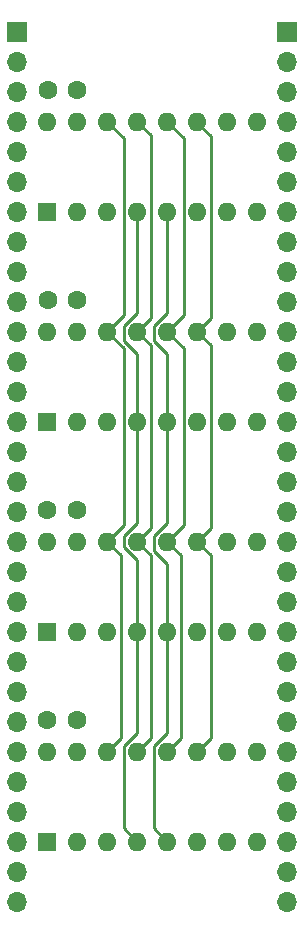
<source format=gbr>
%TF.GenerationSoftware,KiCad,Pcbnew,7.0.6-0*%
%TF.CreationDate,2023-07-28T23:20:17-07:00*%
%TF.ProjectId,V501,56353031-2e6b-4696-9361-645f70636258,rev?*%
%TF.SameCoordinates,Original*%
%TF.FileFunction,Copper,L4,Bot*%
%TF.FilePolarity,Positive*%
%FSLAX46Y46*%
G04 Gerber Fmt 4.6, Leading zero omitted, Abs format (unit mm)*
G04 Created by KiCad (PCBNEW 7.0.6-0) date 2023-07-28 23:20:17*
%MOMM*%
%LPD*%
G01*
G04 APERTURE LIST*
%TA.AperFunction,ComponentPad*%
%ADD10O,1.700000X1.700000*%
%TD*%
%TA.AperFunction,ComponentPad*%
%ADD11R,1.700000X1.700000*%
%TD*%
%TA.AperFunction,ComponentPad*%
%ADD12C,1.600000*%
%TD*%
%TA.AperFunction,ComponentPad*%
%ADD13R,1.600000X1.600000*%
%TD*%
%TA.AperFunction,ComponentPad*%
%ADD14O,1.600000X1.600000*%
%TD*%
%TA.AperFunction,Conductor*%
%ADD15C,0.250000*%
%TD*%
G04 APERTURE END LIST*
D10*
%TO.P,J2,30,Pin_30*%
%TO.N,Ra*%
X132334000Y-151257000D03*
%TO.P,J2,29,Pin_29*%
%TO.N,GND*%
X132334000Y-148717000D03*
%TO.P,J2,28,Pin_28*%
X132334000Y-146177000D03*
%TO.P,J2,27,Pin_27*%
%TO.N,/J2Bus27*%
X132334000Y-143637000D03*
%TO.P,J2,26,Pin_26*%
%TO.N,/J2Bus26*%
X132334000Y-141097000D03*
%TO.P,J2,25,Pin_25*%
%TO.N,/J2Bus25*%
X132334000Y-138557000D03*
%TO.P,J2,24,Pin_24*%
%TO.N,/J2Bus24*%
X132334000Y-136017000D03*
%TO.P,J2,23,Pin_23*%
%TO.N,/J2Bus23*%
X132334000Y-133477000D03*
%TO.P,J2,22,Pin_22*%
%TO.N,GND*%
X132334000Y-130937000D03*
%TO.P,J2,21,Pin_21*%
X132334000Y-128397000D03*
%TO.P,J2,20,Pin_20*%
%TO.N,/J2Bus20*%
X132334000Y-125857000D03*
%TO.P,J2,19,Pin_19*%
%TO.N,/J2Bus19*%
X132334000Y-123317000D03*
%TO.P,J2,18,Pin_18*%
%TO.N,/J2Bus18*%
X132334000Y-120777000D03*
%TO.P,J2,17,Pin_17*%
%TO.N,/J2Bus17*%
X132334000Y-118237000D03*
%TO.P,J2,16,Pin_16*%
%TO.N,/J2Bus16*%
X132334000Y-115697000D03*
%TO.P,J2,15,Pin_15*%
%TO.N,GND*%
X132334000Y-113157000D03*
%TO.P,J2,14,Pin_14*%
X132334000Y-110617000D03*
%TO.P,J2,13,Pin_13*%
%TO.N,/J2Bus13*%
X132334000Y-108077000D03*
%TO.P,J2,12,Pin_12*%
%TO.N,/J2Bus12*%
X132334000Y-105537000D03*
%TO.P,J2,11,Pin_11*%
%TO.N,/J2Bus11*%
X132334000Y-102997000D03*
%TO.P,J2,10,Pin_10*%
%TO.N,/J2Bus10*%
X132334000Y-100457000D03*
%TO.P,J2,9,Pin_9*%
%TO.N,~{Er}*%
X132334000Y-97917000D03*
%TO.P,J2,8,Pin_8*%
%TO.N,GND*%
X132334000Y-95377000D03*
%TO.P,J2,7,Pin_7*%
X132334000Y-92837000D03*
%TO.P,J2,6,Pin_6*%
%TO.N,/J2Bus6*%
X132334000Y-90297000D03*
%TO.P,J2,5,Pin_5*%
%TO.N,/J2Bus5*%
X132334000Y-87757000D03*
%TO.P,J2,4,Pin_4*%
%TO.N,/J2Bus4*%
X132334000Y-85217000D03*
%TO.P,J2,3,Pin_3*%
%TO.N,/J2Bus3*%
X132334000Y-82677000D03*
%TO.P,J2,2,Pin_2*%
%TO.N,GND*%
X132334000Y-80137000D03*
D11*
%TO.P,J2,1,Pin_1*%
X132334000Y-77597000D03*
%TD*%
D12*
%TO.P,C2,1*%
%TO.N,VCC*%
X112034000Y-100330000D03*
%TO.P,C2,2*%
%TO.N,GND*%
X114534000Y-100330000D03*
%TD*%
%TO.P,C1,1*%
%TO.N,VCC*%
X112034000Y-82550000D03*
%TO.P,C1,2*%
%TO.N,GND*%
X114534000Y-82550000D03*
%TD*%
%TO.P,C3,1*%
%TO.N,VCC*%
X111999000Y-118120000D03*
%TO.P,C3,2*%
%TO.N,GND*%
X114499000Y-118120000D03*
%TD*%
D13*
%TO.P,U1,1,D2*%
%TO.N,/J1Bus6*%
X112014000Y-92837000D03*
D14*
%TO.P,U1,2,D3*%
%TO.N,/J1Bus7*%
X114554000Y-92837000D03*
%TO.P,U1,3,D4*%
%TO.N,/J1Bus8*%
X117094000Y-92837000D03*
%TO.P,U1,4,Rb*%
%TO.N,Rb*%
X119634000Y-92837000D03*
%TO.P,U1,5,Ra*%
%TO.N,Ra*%
X122174000Y-92837000D03*
%TO.P,U1,6,Q4*%
%TO.N,/J2Bus6*%
X124714000Y-92837000D03*
%TO.P,U1,7,Q3*%
%TO.N,/J2Bus5*%
X127254000Y-92837000D03*
%TO.P,U1,8,GND*%
%TO.N,GND*%
X129794000Y-92837000D03*
%TO.P,U1,9,Q2*%
%TO.N,/J2Bus4*%
X129794000Y-85217000D03*
%TO.P,U1,10,Q1*%
%TO.N,/J2Bus3*%
X127254000Y-85217000D03*
%TO.P,U1,11,~{Er}*%
%TO.N,~{Er}*%
X124714000Y-85217000D03*
%TO.P,U1,12,~{Ew}*%
%TO.N,~{Ew}*%
X122174000Y-85217000D03*
%TO.P,U1,13,Wb*%
%TO.N,Wb*%
X119634000Y-85217000D03*
%TO.P,U1,14,Wa*%
%TO.N,Wa*%
X117094000Y-85217000D03*
%TO.P,U1,15,D1*%
%TO.N,/J1Bus5*%
X114554000Y-85217000D03*
%TO.P,U1,16,VCC*%
%TO.N,VCC*%
X112014000Y-85217000D03*
%TD*%
D13*
%TO.P,U4,1,D2*%
%TO.N,/J1Bus27*%
X112014000Y-146167000D03*
D14*
%TO.P,U4,2,D3*%
%TO.N,/J1Bus28*%
X114554000Y-146167000D03*
%TO.P,U4,3,D4*%
%TO.N,/J1Bus29*%
X117094000Y-146167000D03*
%TO.P,U4,4,Rb*%
%TO.N,Rb*%
X119634000Y-146167000D03*
%TO.P,U4,5,Ra*%
%TO.N,Ra*%
X122174000Y-146167000D03*
%TO.P,U4,6,Q4*%
%TO.N,/J2Bus27*%
X124714000Y-146167000D03*
%TO.P,U4,7,Q3*%
%TO.N,/J2Bus26*%
X127254000Y-146167000D03*
%TO.P,U4,8,GND*%
%TO.N,GND*%
X129794000Y-146167000D03*
%TO.P,U4,9,Q2*%
%TO.N,/J2Bus25*%
X129794000Y-138547000D03*
%TO.P,U4,10,Q1*%
%TO.N,/J2Bus24*%
X127254000Y-138547000D03*
%TO.P,U4,11,~{Er}*%
%TO.N,~{Er}*%
X124714000Y-138547000D03*
%TO.P,U4,12,~{Ew}*%
%TO.N,~{Ew}*%
X122174000Y-138547000D03*
%TO.P,U4,13,Wb*%
%TO.N,Wb*%
X119634000Y-138547000D03*
%TO.P,U4,14,Wa*%
%TO.N,Wa*%
X117094000Y-138547000D03*
%TO.P,U4,15,D1*%
%TO.N,/J1Bus26*%
X114554000Y-138547000D03*
%TO.P,U4,16,VCC*%
%TO.N,VCC*%
X112014000Y-138547000D03*
%TD*%
D13*
%TO.P,U2,1,D2*%
%TO.N,/J1Bus13*%
X112014000Y-110617000D03*
D14*
%TO.P,U2,2,D3*%
%TO.N,/J1Bus14*%
X114554000Y-110617000D03*
%TO.P,U2,3,D4*%
%TO.N,/J1Bus15*%
X117094000Y-110617000D03*
%TO.P,U2,4,Rb*%
%TO.N,Rb*%
X119634000Y-110617000D03*
%TO.P,U2,5,Ra*%
%TO.N,Ra*%
X122174000Y-110617000D03*
%TO.P,U2,6,Q4*%
%TO.N,/J2Bus13*%
X124714000Y-110617000D03*
%TO.P,U2,7,Q3*%
%TO.N,/J2Bus12*%
X127254000Y-110617000D03*
%TO.P,U2,8,GND*%
%TO.N,GND*%
X129794000Y-110617000D03*
%TO.P,U2,9,Q2*%
%TO.N,/J2Bus11*%
X129794000Y-102997000D03*
%TO.P,U2,10,Q1*%
%TO.N,/J2Bus10*%
X127254000Y-102997000D03*
%TO.P,U2,11,~{Er}*%
%TO.N,~{Er}*%
X124714000Y-102997000D03*
%TO.P,U2,12,~{Ew}*%
%TO.N,~{Ew}*%
X122174000Y-102997000D03*
%TO.P,U2,13,Wb*%
%TO.N,Wb*%
X119634000Y-102997000D03*
%TO.P,U2,14,Wa*%
%TO.N,Wa*%
X117094000Y-102997000D03*
%TO.P,U2,15,D1*%
%TO.N,/J1Bus12*%
X114554000Y-102997000D03*
%TO.P,U2,16,VCC*%
%TO.N,VCC*%
X112014000Y-102997000D03*
%TD*%
D12*
%TO.P,C4,1*%
%TO.N,VCC*%
X111999000Y-135880000D03*
%TO.P,C4,2*%
%TO.N,GND*%
X114499000Y-135880000D03*
%TD*%
D13*
%TO.P,U3,1,D2*%
%TO.N,/J1Bus20*%
X112014000Y-128397000D03*
D14*
%TO.P,U3,2,D3*%
%TO.N,/J1Bus21*%
X114554000Y-128397000D03*
%TO.P,U3,3,D4*%
%TO.N,/J1Bus22*%
X117094000Y-128397000D03*
%TO.P,U3,4,Rb*%
%TO.N,Rb*%
X119634000Y-128397000D03*
%TO.P,U3,5,Ra*%
%TO.N,Ra*%
X122174000Y-128397000D03*
%TO.P,U3,6,Q4*%
%TO.N,/J2Bus20*%
X124714000Y-128397000D03*
%TO.P,U3,7,Q3*%
%TO.N,/J2Bus19*%
X127254000Y-128397000D03*
%TO.P,U3,8,GND*%
%TO.N,GND*%
X129794000Y-128397000D03*
%TO.P,U3,9,Q2*%
%TO.N,/J2Bus18*%
X129794000Y-120777000D03*
%TO.P,U3,10,Q1*%
%TO.N,/J2Bus17*%
X127254000Y-120777000D03*
%TO.P,U3,11,~{Er}*%
%TO.N,~{Er}*%
X124714000Y-120777000D03*
%TO.P,U3,12,~{Ew}*%
%TO.N,~{Ew}*%
X122174000Y-120777000D03*
%TO.P,U3,13,Wb*%
%TO.N,Wb*%
X119634000Y-120777000D03*
%TO.P,U3,14,Wa*%
%TO.N,Wa*%
X117094000Y-120777000D03*
%TO.P,U3,15,D1*%
%TO.N,/J1Bus19*%
X114554000Y-120777000D03*
%TO.P,U3,16,VCC*%
%TO.N,VCC*%
X112014000Y-120777000D03*
%TD*%
D11*
%TO.P,J1,1,Pin_1*%
%TO.N,Wa*%
X109474000Y-77597000D03*
D10*
%TO.P,J1,2,Pin_2*%
%TO.N,Wb*%
X109474000Y-80137000D03*
%TO.P,J1,3,Pin_3*%
%TO.N,VCC*%
X109474000Y-82677000D03*
%TO.P,J1,4,Pin_4*%
X109474000Y-85217000D03*
%TO.P,J1,5,Pin_5*%
%TO.N,/J1Bus5*%
X109474000Y-87757000D03*
%TO.P,J1,6,Pin_6*%
%TO.N,/J1Bus6*%
X109474000Y-90297000D03*
%TO.P,J1,7,Pin_7*%
%TO.N,/J1Bus7*%
X109474000Y-92837000D03*
%TO.P,J1,8,Pin_8*%
%TO.N,/J1Bus8*%
X109474000Y-95377000D03*
%TO.P,J1,9,Pin_9*%
%TO.N,~{Ew}*%
X109474000Y-97917000D03*
%TO.P,J1,10,Pin_10*%
%TO.N,VCC*%
X109474000Y-100457000D03*
%TO.P,J1,11,Pin_11*%
X109474000Y-102997000D03*
%TO.P,J1,12,Pin_12*%
%TO.N,/J1Bus12*%
X109474000Y-105537000D03*
%TO.P,J1,13,Pin_13*%
%TO.N,/J1Bus13*%
X109474000Y-108077000D03*
%TO.P,J1,14,Pin_14*%
%TO.N,/J1Bus14*%
X109474000Y-110617000D03*
%TO.P,J1,15,Pin_15*%
%TO.N,/J1Bus15*%
X109474000Y-113157000D03*
%TO.P,J1,16,Pin_16*%
%TO.N,/J1Bus16*%
X109474000Y-115697000D03*
%TO.P,J1,17,Pin_17*%
%TO.N,VCC*%
X109474000Y-118237000D03*
%TO.P,J1,18,Pin_18*%
X109474000Y-120777000D03*
%TO.P,J1,19,Pin_19*%
%TO.N,/J1Bus19*%
X109474000Y-123317000D03*
%TO.P,J1,20,Pin_20*%
%TO.N,/J1Bus20*%
X109474000Y-125857000D03*
%TO.P,J1,21,Pin_21*%
%TO.N,/J1Bus21*%
X109474000Y-128397000D03*
%TO.P,J1,22,Pin_22*%
%TO.N,/J1Bus22*%
X109474000Y-130937000D03*
%TO.P,J1,23,Pin_23*%
%TO.N,Rb*%
X109474000Y-133477000D03*
%TO.P,J1,24,Pin_24*%
%TO.N,VCC*%
X109474000Y-136017000D03*
%TO.P,J1,25,Pin_25*%
X109474000Y-138557000D03*
%TO.P,J1,26,Pin_26*%
%TO.N,/J1Bus26*%
X109474000Y-141097000D03*
%TO.P,J1,27,Pin_27*%
%TO.N,/J1Bus27*%
X109474000Y-143637000D03*
%TO.P,J1,28,Pin_28*%
%TO.N,/J1Bus28*%
X109474000Y-146177000D03*
%TO.P,J1,29,Pin_29*%
%TO.N,/J1Bus29*%
X109474000Y-148717000D03*
%TO.P,J1,30,Pin_30*%
%TO.N,VCC*%
X109474000Y-151257000D03*
%TD*%
D15*
%TO.N,Rb*%
X119634000Y-101406009D02*
X118509000Y-102531009D01*
X119634000Y-104900604D02*
X119634000Y-110617000D01*
X118509000Y-103775604D02*
X119634000Y-104900604D01*
X118509000Y-121242991D02*
X119634000Y-122367991D01*
X118509000Y-120311009D02*
X118509000Y-121242991D01*
X118509000Y-138081009D02*
X118509000Y-145042000D01*
X119634000Y-110617000D02*
X119634000Y-119186009D01*
X119634000Y-119186009D02*
X118509000Y-120311009D01*
X119634000Y-122367991D02*
X119634000Y-128397000D01*
X119634000Y-92837000D02*
X119634000Y-101406009D01*
X118509000Y-145042000D02*
X119634000Y-146167000D01*
X118509000Y-102531009D02*
X118509000Y-103775604D01*
X119634000Y-128397000D02*
X119634000Y-136956009D01*
X119634000Y-136956009D02*
X118509000Y-138081009D01*
%TO.N,Ra*%
X122174000Y-128397000D02*
X122174000Y-136956009D01*
X122174000Y-136956009D02*
X121049000Y-138081009D01*
X122174000Y-110617000D02*
X122174000Y-119186009D01*
X122174000Y-119186009D02*
X121049000Y-120311009D01*
X121049000Y-102531009D02*
X121049000Y-103775604D01*
X121049000Y-145042000D02*
X122174000Y-146167000D01*
X122174000Y-104900604D02*
X122174000Y-110617000D01*
X121049000Y-103775604D02*
X122174000Y-104900604D01*
X121049000Y-120311009D02*
X121049000Y-121555604D01*
X121049000Y-121555604D02*
X122174000Y-122680604D01*
X122174000Y-122680604D02*
X122174000Y-128397000D01*
X121049000Y-138081009D02*
X121049000Y-145042000D01*
X122174000Y-101406009D02*
X121049000Y-102531009D01*
X122174000Y-92837000D02*
X122174000Y-101406009D01*
%TO.N,~{Er}*%
X124714000Y-85217000D02*
X124587000Y-85217000D01*
X125839000Y-121902000D02*
X125839000Y-137422000D01*
X124587000Y-85217000D02*
X125839000Y-86469000D01*
X125839000Y-86469000D02*
X125839000Y-101872000D01*
X125839000Y-119652000D02*
X124714000Y-120777000D01*
X124714000Y-102997000D02*
X125839000Y-104122000D01*
X125839000Y-101872000D02*
X124714000Y-102997000D01*
X125839000Y-137422000D02*
X124714000Y-138547000D01*
X124714000Y-120777000D02*
X125839000Y-121902000D01*
X125839000Y-104122000D02*
X125839000Y-119652000D01*
%TO.N,~{Ew}*%
X122174000Y-120777000D02*
X123299000Y-121902000D01*
X123589000Y-86632000D02*
X123589000Y-101582000D01*
X123299000Y-137422000D02*
X122174000Y-138547000D01*
X122174000Y-85217000D02*
X123589000Y-86632000D01*
X123299000Y-121902000D02*
X123299000Y-137422000D01*
X122174000Y-102997000D02*
X123589000Y-104412000D01*
X123589000Y-104412000D02*
X123589000Y-119362000D01*
X123589000Y-101582000D02*
X122174000Y-102997000D01*
X123589000Y-119362000D02*
X122174000Y-120777000D01*
%TO.N,Wb*%
X120759000Y-121902000D02*
X120759000Y-137422000D01*
X119634000Y-120777000D02*
X120759000Y-121902000D01*
X119634000Y-102997000D02*
X120759000Y-104122000D01*
X120759000Y-137422000D02*
X119634000Y-138547000D01*
X120759000Y-101872000D02*
X119634000Y-102997000D01*
X120759000Y-86342000D02*
X120759000Y-101872000D01*
X119634000Y-85217000D02*
X120759000Y-86342000D01*
X120759000Y-119652000D02*
X119634000Y-120777000D01*
X120759000Y-104122000D02*
X120759000Y-119652000D01*
%TO.N,Wa*%
X118219000Y-121902000D02*
X118219000Y-137422000D01*
X117094000Y-85217000D02*
X118509000Y-86632000D01*
X118219000Y-137422000D02*
X117094000Y-138547000D01*
X118509000Y-86632000D02*
X118509000Y-101582000D01*
X118509000Y-119362000D02*
X117094000Y-120777000D01*
X117094000Y-120777000D02*
X118219000Y-121902000D01*
X118509000Y-104412000D02*
X118509000Y-119362000D01*
X118509000Y-101582000D02*
X117094000Y-102997000D01*
X117094000Y-102997000D02*
X118509000Y-104412000D01*
%TD*%
M02*

</source>
